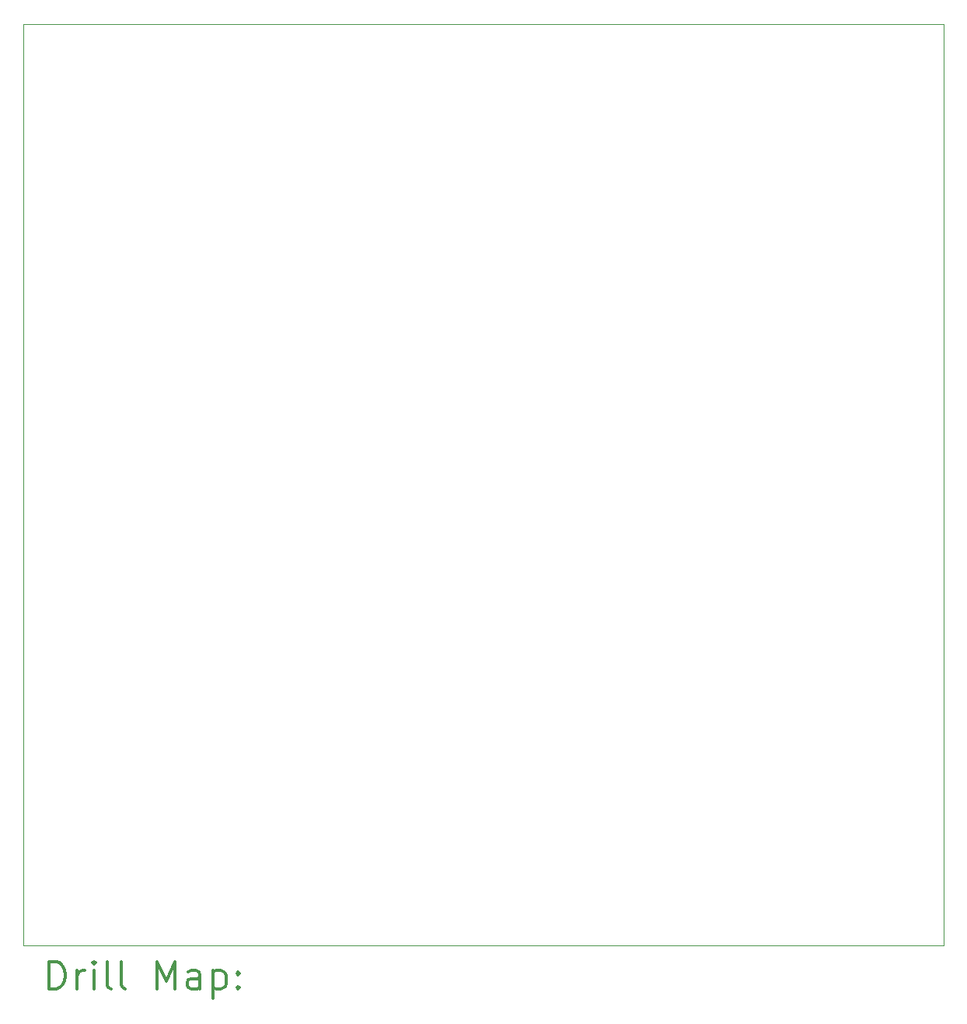
<source format=gbr>
%FSLAX45Y45*%
G04 Gerber Fmt 4.5, Leading zero omitted, Abs format (unit mm)*
G04 Created by KiCad (PCBNEW (5.1.5)-3) date 2019-12-09 10:08:38*
%MOMM*%
%LPD*%
G04 APERTURE LIST*
%TA.AperFunction,Profile*%
%ADD10C,0.100000*%
%TD*%
%ADD11C,0.200000*%
%ADD12C,0.300000*%
G04 APERTURE END LIST*
D10*
X18905000Y-4659000D02*
X18905000Y-14685000D01*
X8885000Y-4660000D02*
X18905000Y-4659000D01*
X8885000Y-14685000D02*
X8885000Y-4660000D01*
X18905000Y-14685000D02*
X8885000Y-14685000D01*
D11*
D12*
X9166428Y-15155714D02*
X9166428Y-14855714D01*
X9237857Y-14855714D01*
X9280714Y-14870000D01*
X9309286Y-14898571D01*
X9323571Y-14927143D01*
X9337857Y-14984286D01*
X9337857Y-15027143D01*
X9323571Y-15084286D01*
X9309286Y-15112857D01*
X9280714Y-15141429D01*
X9237857Y-15155714D01*
X9166428Y-15155714D01*
X9466428Y-15155714D02*
X9466428Y-14955714D01*
X9466428Y-15012857D02*
X9480714Y-14984286D01*
X9495000Y-14970000D01*
X9523571Y-14955714D01*
X9552143Y-14955714D01*
X9652143Y-15155714D02*
X9652143Y-14955714D01*
X9652143Y-14855714D02*
X9637857Y-14870000D01*
X9652143Y-14884286D01*
X9666428Y-14870000D01*
X9652143Y-14855714D01*
X9652143Y-14884286D01*
X9837857Y-15155714D02*
X9809286Y-15141429D01*
X9795000Y-15112857D01*
X9795000Y-14855714D01*
X9995000Y-15155714D02*
X9966428Y-15141429D01*
X9952143Y-15112857D01*
X9952143Y-14855714D01*
X10337857Y-15155714D02*
X10337857Y-14855714D01*
X10437857Y-15070000D01*
X10537857Y-14855714D01*
X10537857Y-15155714D01*
X10809286Y-15155714D02*
X10809286Y-14998571D01*
X10795000Y-14970000D01*
X10766428Y-14955714D01*
X10709286Y-14955714D01*
X10680714Y-14970000D01*
X10809286Y-15141429D02*
X10780714Y-15155714D01*
X10709286Y-15155714D01*
X10680714Y-15141429D01*
X10666428Y-15112857D01*
X10666428Y-15084286D01*
X10680714Y-15055714D01*
X10709286Y-15041429D01*
X10780714Y-15041429D01*
X10809286Y-15027143D01*
X10952143Y-14955714D02*
X10952143Y-15255714D01*
X10952143Y-14970000D02*
X10980714Y-14955714D01*
X11037857Y-14955714D01*
X11066428Y-14970000D01*
X11080714Y-14984286D01*
X11095000Y-15012857D01*
X11095000Y-15098571D01*
X11080714Y-15127143D01*
X11066428Y-15141429D01*
X11037857Y-15155714D01*
X10980714Y-15155714D01*
X10952143Y-15141429D01*
X11223571Y-15127143D02*
X11237857Y-15141429D01*
X11223571Y-15155714D01*
X11209286Y-15141429D01*
X11223571Y-15127143D01*
X11223571Y-15155714D01*
X11223571Y-14970000D02*
X11237857Y-14984286D01*
X11223571Y-14998571D01*
X11209286Y-14984286D01*
X11223571Y-14970000D01*
X11223571Y-14998571D01*
M02*

</source>
